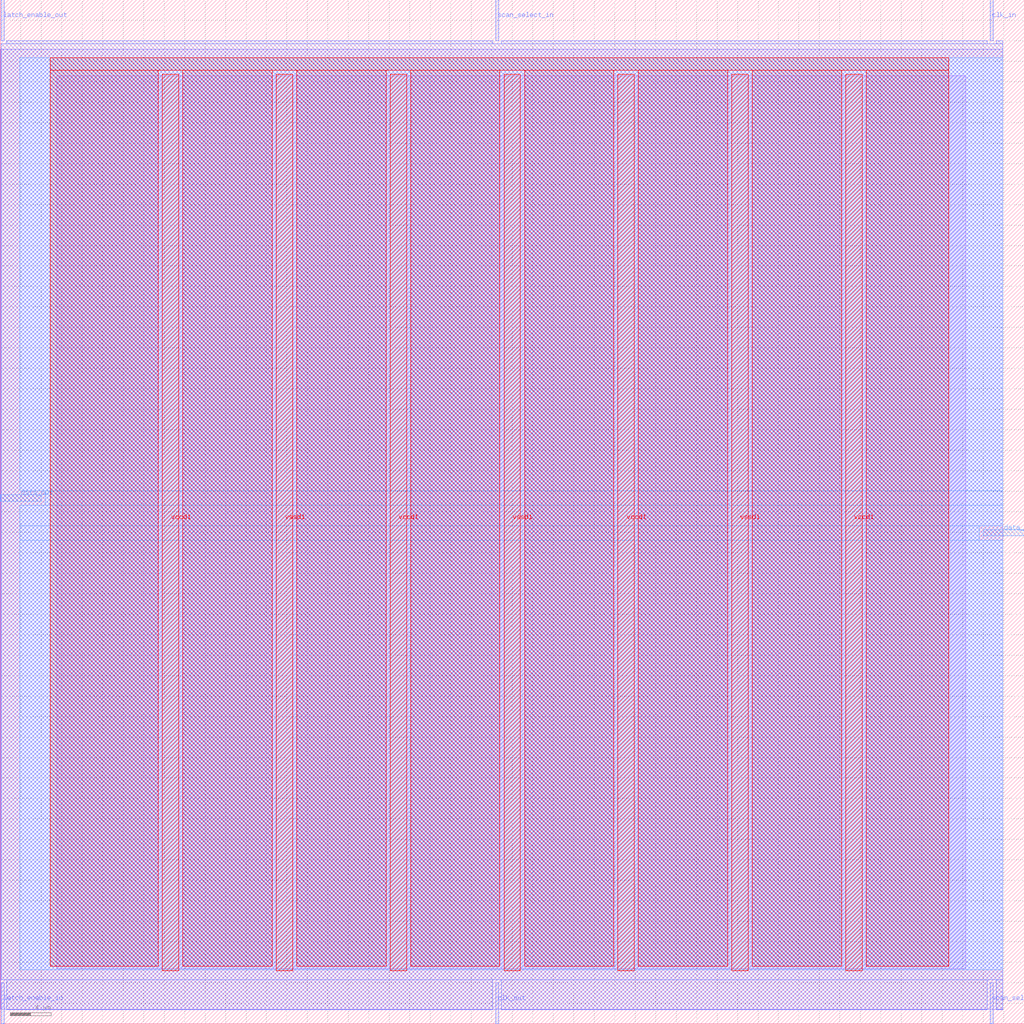
<source format=lef>
VERSION 5.7 ;
  NOWIREEXTENSIONATPIN ON ;
  DIVIDERCHAR "/" ;
  BUSBITCHARS "[]" ;
MACRO scan_wrapper_341404507891040852
  CLASS BLOCK ;
  FOREIGN scan_wrapper_341404507891040852 ;
  ORIGIN 0.000 0.000 ;
  SIZE 100.000 BY 100.000 ;
  PIN clk_in
    DIRECTION INPUT ;
    USE SIGNAL ;
    PORT
      LAYER met2 ;
        RECT 96.690 96.000 96.970 100.000 ;
    END
  END clk_in
  PIN clk_out
    DIRECTION OUTPUT TRISTATE ;
    USE SIGNAL ;
    PORT
      LAYER met2 ;
        RECT 48.390 0.000 48.670 4.000 ;
    END
  END clk_out
  PIN data_in
    DIRECTION INPUT ;
    USE SIGNAL ;
    PORT
      LAYER met3 ;
        RECT 96.000 47.640 100.000 48.240 ;
    END
  END data_in
  PIN data_out
    DIRECTION OUTPUT TRISTATE ;
    USE SIGNAL ;
    PORT
      LAYER met3 ;
        RECT 0.000 51.040 4.000 51.640 ;
    END
  END data_out
  PIN latch_enable_in
    DIRECTION INPUT ;
    USE SIGNAL ;
    PORT
      LAYER met2 ;
        RECT 0.090 0.000 0.370 4.000 ;
    END
  END latch_enable_in
  PIN latch_enable_out
    DIRECTION OUTPUT TRISTATE ;
    USE SIGNAL ;
    PORT
      LAYER met2 ;
        RECT 0.090 96.000 0.370 100.000 ;
    END
  END latch_enable_out
  PIN scan_select_in
    DIRECTION INPUT ;
    USE SIGNAL ;
    PORT
      LAYER met2 ;
        RECT 48.390 96.000 48.670 100.000 ;
    END
  END scan_select_in
  PIN scan_select_out
    DIRECTION OUTPUT TRISTATE ;
    USE SIGNAL ;
    PORT
      LAYER met2 ;
        RECT 96.690 0.000 96.970 4.000 ;
    END
  END scan_select_out
  PIN vccd1
    DIRECTION INOUT ;
    USE POWER ;
    PORT
      LAYER met4 ;
        RECT 15.840 5.200 17.440 92.720 ;
    END
    PORT
      LAYER met4 ;
        RECT 38.080 5.200 39.680 92.720 ;
    END
    PORT
      LAYER met4 ;
        RECT 60.320 5.200 61.920 92.720 ;
    END
    PORT
      LAYER met4 ;
        RECT 82.560 5.200 84.160 92.720 ;
    END
  END vccd1
  PIN vssd1
    DIRECTION INOUT ;
    USE GROUND ;
    PORT
      LAYER met4 ;
        RECT 26.960 5.200 28.560 92.720 ;
    END
    PORT
      LAYER met4 ;
        RECT 49.200 5.200 50.800 92.720 ;
    END
    PORT
      LAYER met4 ;
        RECT 71.440 5.200 73.040 92.720 ;
    END
  END vssd1
  OBS
      LAYER li1 ;
        RECT 5.520 5.355 94.300 92.565 ;
      LAYER met1 ;
        RECT 0.070 1.400 97.910 95.160 ;
      LAYER met2 ;
        RECT 0.650 95.720 48.110 96.000 ;
        RECT 48.950 95.720 96.410 96.000 ;
        RECT 97.250 95.720 97.890 96.000 ;
        RECT 0.100 4.280 97.890 95.720 ;
        RECT 0.650 1.370 48.110 4.280 ;
        RECT 48.950 1.370 96.410 4.280 ;
        RECT 97.250 1.370 97.890 4.280 ;
      LAYER met3 ;
        RECT 1.905 52.040 97.915 94.345 ;
        RECT 4.400 50.640 97.915 52.040 ;
        RECT 1.905 48.640 97.915 50.640 ;
        RECT 1.905 47.240 95.600 48.640 ;
        RECT 1.905 5.275 97.915 47.240 ;
      LAYER met4 ;
        RECT 4.895 93.120 92.625 94.345 ;
        RECT 4.895 5.615 15.440 93.120 ;
        RECT 17.840 5.615 26.560 93.120 ;
        RECT 28.960 5.615 37.680 93.120 ;
        RECT 40.080 5.615 48.800 93.120 ;
        RECT 51.200 5.615 59.920 93.120 ;
        RECT 62.320 5.615 71.040 93.120 ;
        RECT 73.440 5.615 82.160 93.120 ;
        RECT 84.560 5.615 92.625 93.120 ;
  END
END scan_wrapper_341404507891040852
END LIBRARY


</source>
